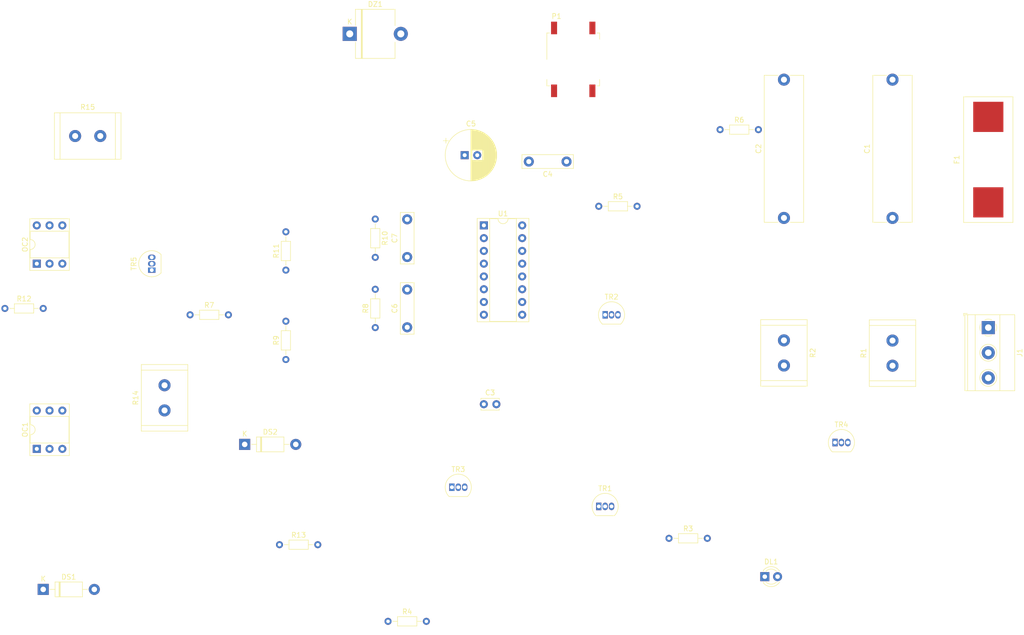
<source format=kicad_pcb>
(kicad_pcb (version 20211014) (generator pcbnew)
  (layers (0 "F.Cu" signal) (31 "B.Cu" signal) (34 "B.Paste" user) (35 "F.Paste" user) (36 "B.SilkS" user "B.Silkscreen") (37 "F.SilkS" user "F.Silkscreen") (38 "B.Mask" user) (39 "F.Mask" user) (44 "Edge.Cuts" user))
  (net 0 "")
  (net 1 "Net-(C1-Pad1)")
  (net 2 "Net-(C1-Pad2)")
  (net 3 "Net-(C2-Pad1)")
  (net 4 "Net-(C2-Pad2)")
  (net 5 "Net-(C3-Pad1)")
  (net 6 "GND")
  (net 7 "Net-(C4-Pad1)")
  (net 8 "Net-(C6-Pad1)")
  (net 9 "Net-(C6-Pad2)")
  (net 10 "Net-(C7-Pad1)")
  (net 11 "Net-(C7-Pad2)")
  (net 12 "Net-(DL1-Pad2)")
  (net 13 "Net-(F1-Pad2)")
  (net 14 "Net-(J1-Pad2)")
  (net 15 "Net-(OC1-Pad1)")
  (net 16 "Net-(OC1-Pad2)")
  (net 18 "Net-(OC1-Pad4)")
  (net 20 "Net-(OC2-Pad1)")
  (net 21 "Net-(OC2-Pad2)")
  (net 23 "Net-(OC2-Pad4)")
  (net 25 "Net-(P1-Pad2)")
  (net 26 "Net-(R3-Pad2)")
  (net 27 "Net-(R4-Pad2)")
  (net 28 "Net-(R5-Pad2)")
  (net 29 "Net-(R8-Pad2)")
  (net 30 "Net-(R10-Pad2)")
  (net 35 "Net-(U1-Pad13)")
  (footprint "Capacitor_THT:C_Disc_D3.4mm_W2.1mm_P2.50mm" (layer "F.Cu") (at 152.4 109.22)
    (fp_text reference "C3" (at 1.25 -2.3) (layer "F.SilkS"))
    (fp_text value "470 pF")
    (pad "1" thru_hole circle (at 0 0) (size 1.6 1.6) (drill 0.8) (layers *.Cu *.Mask) (net 5 "Net-(C3-Pad1)"))
    (pad "2" thru_hole circle (at 2.5 0) (size 1.6 1.6) (drill 0.8) (layers *.Cu *.Mask) (net 6 "GND"))
  )
  (footprint "Resistor_THT:R_Axial_DIN0204_L3.6mm_D1.6mm_P7.62mm_Horizontal" (layer "F.Cu") (at 113.03 82.55 90)
    (fp_text reference "R11" (at 3.81 -1.92 90) (layer "F.SilkS"))
    (fp_text value "22000")
    (pad "1" thru_hole circle (at 0 0 90) (size 1.4 1.4) (drill 0.7) (layers *.Cu *.Mask) (net 6 "GND"))
    (pad "2" thru_hole oval (at 7.62 0 90) (size 1.4 1.4) (drill 0.7) (layers *.Cu *.Mask) (net 30 "Net-(R10-Pad2)"))
  )
  (footprint "Package_TO_SOT_THT:TO-92_Inline" (layer "F.Cu") (at 146.05 125.73)
    (fp_text reference "TR3" (at 1.27 -3.56) (layer "F.SilkS"))
    (fp_text value "BC547")
    (pad "1" thru_hole rect (at 0 0) (size 1.05 1.5) (drill 0.75) (layers *.Cu *.Mask) (net 5 "Net-(C3-Pad1)"))
    (pad "2" thru_hole oval (at 1.27 0) (size 1.05 1.5) (drill 0.75) (layers *.Cu *.Mask) (net 27 "Net-(R4-Pad2)"))
    (pad "3" thru_hole oval (at 2.54 0) (size 1.05 1.5) (drill 0.75) (layers *.Cu *.Mask) (net 6 "GND"))
  )
  (footprint "Resistor_THT:R_Axial_DIN0204_L3.6mm_D1.6mm_P7.62mm_Horizontal" (layer "F.Cu") (at 175.26 69.85)
    (fp_text reference "R5" (at 3.81 -1.92) (layer "F.SilkS"))
    (fp_text value "47000")
    (pad "1" thru_hole circle (at 0 0) (size 1.4 1.4) (drill 0.7) (layers *.Cu *.Mask) (net 27 "Net-(R4-Pad2)"))
    (pad "2" thru_hole oval (at 7.62 0) (size 1.4 1.4) (drill 0.7) (layers *.Cu *.Mask) (net 28 "Net-(R5-Pad2)"))
  )
  (footprint "Resistor_THT:R_Axial_DIN0204_L3.6mm_D1.6mm_P7.62mm_Horizontal" (layer "F.Cu") (at 133.35 152.4)
    (fp_text reference "R4" (at 3.81 -1.92) (layer "F.SilkS"))
    (fp_text value "47000")
    (pad "1" thru_hole circle (at 0 0) (size 1.4 1.4) (drill 0.7) (layers *.Cu *.Mask) (net 7 "Net-(C4-Pad1)"))
    (pad "2" thru_hole oval (at 7.62 0) (size 1.4 1.4) (drill 0.7) (layers *.Cu *.Mask) (net 27 "Net-(R4-Pad2)"))
  )
  (footprint "Diode_THT:D_DO-41_SOD81_P10.16mm_Horizontal" (layer "F.Cu") (at 64.77 146.05)
    (fp_text reference "DS1" (at 5.08 -2.47) (layer "F.SilkS"))
    (fp_text value "1N4007")
    (fp_text user "K" (at 0 -2.1) (layer "F.SilkS"))
    (pad "1" thru_hole rect (at 0 0) (size 2.2 2.2) (drill 1.1) (layers *.Cu *.Mask) (net 12 "Net-(DL1-Pad2)"))
    (pad "2" thru_hole oval (at 10.16 0) (size 2.2 2.2) (drill 1.1) (layers *.Cu *.Mask) (net 6 "GND"))
  )
  (footprint "Resistor_THT:R_Axial_DIN0204_L3.6mm_D1.6mm_P7.62mm_Horizontal" (layer "F.Cu") (at 113.03 100.33 90)
    (fp_text reference "R9" (at 3.81 -1.92 90) (layer "F.SilkS"))
    (fp_text value "22000")
    (pad "1" thru_hole circle (at 0 0 90) (size 1.4 1.4) (drill 0.7) (layers *.Cu *.Mask) (net 29 "Net-(R8-Pad2)"))
    (pad "2" thru_hole oval (at 7.62 0 90) (size 1.4 1.4) (drill 0.7) (layers *.Cu *.Mask) (net 6 "GND"))
  )
  (footprint "Capacitor_THT:C_Rect_L29.0mm_W7.6mm_P27.50mm_MKT" (layer "F.Cu") (at 233.68 72.17 90)
    (fp_text reference "C1" (at 13.75 -5.05 90) (layer "F.SilkS"))
    (fp_text value "220000 pF")
    (pad "1" thru_hole circle (at 0 0 90) (size 2.4 2.4) (drill 1.2) (layers *.Cu *.Mask) (net 1 "Net-(C1-Pad1)"))
    (pad "2" thru_hole circle (at 27.5 0 90) (size 2.4 2.4) (drill 1.2) (layers *.Cu *.Mask) (net 2 "Net-(C1-Pad2)"))
  )
  (footprint "Resistor_THT:R_Axial_DIN0204_L3.6mm_D1.6mm_P7.62mm_Horizontal" (layer "F.Cu") (at 189.23 135.89)
    (fp_text reference "R3" (at 3.81 -1.92) (layer "F.SilkS"))
    (fp_text value "220000")
    (pad "1" thru_hole circle (at 0 0) (size 1.4 1.4) (drill 0.7) (layers *.Cu *.Mask) (net 1 "Net-(C1-Pad1)"))
    (pad "2" thru_hole oval (at 7.62 0) (size 1.4 1.4) (drill 0.7) (layers *.Cu *.Mask) (net 26 "Net-(R3-Pad2)"))
  )
  (footprint "Button_Switch_SMD:SW_MEC_5GSH9" (layer "F.Cu") (at 170.18 40.64)
    (fp_text reference "P1" (at -3.325 -8.575 180) (layer "F.SilkS"))
    (fp_text value "SW_Push")
    (pad "1" smd rect (at -3.81 -6.25 90) (size 2.5 1.2) (layers "F.Cu" "F.Paste" "F.Mask") (net 6 "GND"))
    (pad "2" smd rect (at -3.81 6.25 90) (size 2.5 1.2) (layers "F.Cu" "F.Paste" "F.Mask") (net 25 "Net-(P1-Pad2)"))
    (pad "3" smd rect (at 3.81 -6.25 90) (size 2.5 1.2) (layers "F.Cu" "F.Paste" "F.Mask"))
    (pad "4" smd rect (at 3.81 6.25 90) (size 2.5 1.2) (layers "F.Cu" "F.Paste" "F.Mask"))
  )
  (footprint "Package_DIP:DIP-6_W7.62mm_Socket" (layer "F.Cu") (at 63.49 81.27 90)
    (fp_text reference "OC2" (at 3.81 -2.33 90) (layer "F.SilkS"))
    (fp_text value "MOC3020M")
    (pad "1" thru_hole rect (at 0 0 90) (size 1.6 1.6) (drill 0.8) (layers *.Cu *.Mask) (net 20 "Net-(OC2-Pad1)"))
    (pad "2" thru_hole oval (at 0 2.54 90) (size 1.6 1.6) (drill 0.8) (layers *.Cu *.Mask) (net 21 "Net-(OC2-Pad2)"))
    (pad "3" thru_hole oval (at 0 5.08 90) (size 1.6 1.6) (drill 0.8) (layers *.Cu *.Mask))
    (pad "4" thru_hole oval (at 7.62 5.08 90) (size 1.6 1.6) (drill 0.8) (layers *.Cu *.Mask) (net 23 "Net-(OC2-Pad4)"))
    (pad "5" thru_hole oval (at 7.62 2.54 90) (size 1.6 1.6) (drill 0.8) (layers *.Cu *.Mask))
    (pad "6" thru_hole oval (at 7.62 0 90) (size 1.6 1.6) (drill 0.8) (layers *.Cu *.Mask) (net 14 "Net-(J1-Pad2)"))
  )
  (footprint "Resistor_THT:R_Radial_Power_L13.0mm_W9.0mm_P5.00mm" (layer "F.Cu") (at 233.68 101.56 90)
    (fp_text reference "R1" (at 2.5 -5.75 90) (layer "F.SilkS"))
    (fp_text value "100")
    (pad "1" thru_hole circle (at 0 0 90) (size 2.4 2.4) (drill 1.2) (layers *.Cu *.Mask) (net 2 "Net-(C1-Pad2)"))
    (pad "2" thru_hole circle (at 5 0 90) (size 2.4 2.4) (drill 1.2) (layers *.Cu *.Mask) (net 12 "Net-(DL1-Pad2)"))
  )
  (footprint "Diode_THT:D_5KP_P10.16mm_Horizontal" (layer "F.Cu") (at 125.73 35.56)
    (fp_text reference "DZ1" (at 5.08 -5.885) (layer "F.SilkS"))
    (fp_text value "12 V")
    (fp_text user "K" (at 0 -2.4) (layer "F.SilkS"))
    (pad "1" thru_hole rect (at 0 0) (size 2.8 2.8) (drill 1.4) (layers *.Cu *.Mask) (net 3 "Net-(C2-Pad1)"))
    (pad "2" thru_hole oval (at 10.16 0) (size 2.8 2.8) (drill 1.4) (layers *.Cu *.Mask) (net 6 "GND"))
  )
  (footprint "Capacitor_THT:C_Rect_L10.0mm_W2.5mm_P7.50mm_MKS4" (layer "F.Cu") (at 168.85 60.96 180)
    (fp_text reference "C4" (at 3.75 -2.5 180) (layer "F.SilkS"))
    (fp_text value "100000 pF")
    (pad "1" thru_hole circle (at 0 0 180) (size 2 2) (drill 1) (layers *.Cu *.Mask) (net 7 "Net-(C4-Pad1)"))
    (pad "2" thru_hole circle (at 7.5 0 180) (size 2 2) (drill 1) (layers *.Cu *.Mask) (net 6 "GND"))
  )
  (footprint "Capacitor_THT:C_Rect_L10.0mm_W2.5mm_P7.50mm_MKS4" (layer "F.Cu") (at 137.16 93.92 90)
    (fp_text reference "C6" (at 3.75 -2.5 90) (layer "F.SilkS"))
    (fp_text value "470000 pF")
    (pad "1" thru_hole circle (at 0 0 90) (size 2 2) (drill 1) (layers *.Cu *.Mask) (net 8 "Net-(C6-Pad1)"))
    (pad "2" thru_hole circle (at 7.5 0 90) (size 2 2) (drill 1) (layers *.Cu *.Mask) (net 9 "Net-(C6-Pad2)"))
  )
  (footprint "Resistor_THT:R_Axial_DIN0204_L3.6mm_D1.6mm_P7.62mm_Horizontal" (layer "F.Cu") (at 93.98 91.44)
    (fp_text reference "R7" (at 3.81 -1.92) (layer "F.SilkS"))
    (fp_text value "10000")
    (pad "1" thru_hole circle (at 0 0) (size 1.4 1.4) (drill 0.7) (layers *.Cu *.Mask) (net 7 "Net-(C4-Pad1)"))
    (pad "2" thru_hole oval (at 7.62 0) (size 1.4 1.4) (drill 0.7) (layers *.Cu *.Mask) (net 25 "Net-(P1-Pad2)"))
  )
  (footprint "Resistor_THT:R_Axial_DIN0204_L3.6mm_D1.6mm_P7.62mm_Horizontal" (layer "F.Cu") (at 199.39 54.61)
    (fp_text reference "R6" (at 3.81 -1.92) (layer "F.SilkS"))
    (fp_text value "10000")
    (pad "1" thru_hole circle (at 0 0) (size 1.4 1.4) (drill 0.7) (layers *.Cu *.Mask) (net 7 "Net-(C4-Pad1)"))
    (pad "2" thru_hole oval (at 7.62 0) (size 1.4 1.4) (drill 0.7) (layers *.Cu *.Mask) (net 5 "Net-(C3-Pad1)"))
  )
  (footprint "Capacitor_THT:C_Rect_L10.0mm_W2.5mm_P7.50mm_MKS4" (layer "F.Cu") (at 137.16 79.95 90)
    (fp_text reference "C7" (at 3.75 -2.5 90) (layer "F.SilkS"))
    (fp_text value "470000 pF")
    (pad "1" thru_hole circle (at 0 0 90) (size 2 2) (drill 1) (layers *.Cu *.Mask) (net 10 "Net-(C7-Pad1)"))
    (pad "2" thru_hole circle (at 7.5 0 90) (size 2 2) (drill 1) (layers *.Cu *.Mask) (net 11 "Net-(C7-Pad2)"))
  )
  (footprint "Resistor_THT:R_Axial_DIN0204_L3.6mm_D1.6mm_P7.62mm_Horizontal" (layer "F.Cu") (at 111.76 137.16)
    (fp_text reference "R13" (at 3.81 -1.92) (layer "F.SilkS"))
    (fp_text value "1000")
    (pad "1" thru_hole circle (at 0 0) (size 1.4 1.4) (drill 0.7) (layers *.Cu *.Mask) (net 7 "Net-(C4-Pad1)"))
    (pad "2" thru_hole oval (at 7.62 0) (size 1.4 1.4) (drill 0.7) (layers *.Cu *.Mask) (net 15 "Net-(OC1-Pad1)"))
  )
  (footprint "Capacitor_THT:CP_Radial_D10.0mm_P2.50mm" (layer "F.Cu") (at 148.59 59.69)
    (fp_text reference "C5" (at 1.25 -6.25) (layer "F.SilkS"))
    (fp_text value "220 mF")
    (pad "1" thru_hole rect (at 0 0) (size 1.6 1.6) (drill 0.8) (layers *.Cu *.Mask) (net 7 "Net-(C4-Pad1)"))
    (pad "2" thru_hole circle (at 2.5 0) (size 1.6 1.6) (drill 0.8) (layers *.Cu *.Mask) (net 6 "GND"))
  )
  (footprint "Package_TO_SOT_THT:TO-92_Inline" (layer "F.Cu") (at 176.53 91.44)
    (fp_text reference "TR2" (at 1.27 -3.56) (layer "F.SilkS"))
    (fp_text value "BC547")
    (pad "1" thru_hole rect (at 0 0) (size 1.05 1.5) (drill 0.75) (layers *.Cu *.Mask) (net 27 "Net-(R4-Pad2)"))
    (pad "2" thru_hole oval (at 1.27 0) (size 1.05 1.5) (drill 0.75) (layers *.Cu *.Mask) (net 26 "Net-(R3-Pad2)"))
    (pad "3" thru_hole oval (at 2.54 0) (size 1.05 1.5) (drill 0.75) (layers *.Cu *.Mask) (net 6 "GND"))
  )
  (footprint "Resistor_THT:R_Axial_DIN0204_L3.6mm_D1.6mm_P7.62mm_Horizontal" (layer "F.Cu") (at 130.81 93.98 90)
    (fp_text reference "R8" (at 3.81 -1.92 90) (layer "F.SilkS"))
    (fp_text value "10000")
    (pad "1" thru_hole circle (at 0 0 90) (size 1.4 1.4) (drill 0.7) (layers *.Cu *.Mask) (net 9 "Net-(C6-Pad2)"))
    (pad "2" thru_hole oval (at 7.62 0 90) (size 1.4 1.4) (drill 0.7) (layers *.Cu *.Mask) (net 29 "Net-(R8-Pad2)"))
  )
  (footprint "Resistor_THT:R_Radial_Power_L13.0mm_W9.0mm_P5.00mm" (layer "F.Cu") (at 88.9 110.45 90)
    (fp_text reference "R14" (at 2.5 -5.75 90) (layer "F.SilkS"))
    (fp_text value "6800")
    (pad "1" thru_hole circle (at 0 0 90) (size 2.4 2.4) (drill 1.2) (layers *.Cu *.Mask) (net 1 "Net-(C1-Pad1)"))
    (pad "2" thru_hole circle (at 5 0 90) (size 2.4 2.4) (drill 1.2) (layers *.Cu *.Mask) (net 18 "Net-(OC1-Pad4)"))
  )
  (footprint "Fuse:Fuseholder_Cylinder-5x20mm_Wuerth_696103101002-SMD_Horizontal_Open" (layer "F.Cu") (at 252.73 60.57 90)
    (fp_text reference "F1" (at 0 -6.25 90) (layer "F.SilkS"))
    (fp_text value "Fuse")
    (pad "1" smd rect (at -8.5 0 90) (size 6 6) (layers "F.Cu" "F.Paste" "F.Mask") (net 1 "Net-(C1-Pad1)"))
    (pad "2" smd rect (at 8.5 0 90) (size 6 6) (layers "F.Cu" "F.Paste" "F.Mask") (net 13 "Net-(F1-Pad2)"))
  )
  (footprint "Package_DIP:DIP-16_W7.62mm_Socket" (layer "F.Cu") (at 152.41 73.65)
    (fp_text reference "U1" (at 3.81 -2.33) (layer "F.SilkS"))
    (fp_text value "4017")
    (pad "1" thru_hole rect (at 0 0) (size 1.6 1.6) (drill 0.8) (layers *.Cu *.Mask))
    (pad "2" thru_hole oval (at 0 2.54) (size 1.6 1.6) (drill 0.8) (layers *.Cu *.Mask) (net 10 "Net-(C7-Pad1)"))
    (pad "3" thru_hole oval (at 0 5.08) (size 1.6 1.6) (drill 0.8) (layers *.Cu *.Mask))
    (pad "4" thru_hole oval (at 0 7.62) (size 1.6 1.6) (drill 0.8) (layers *.Cu *.Mask) (net 8 "Net-(C6-Pad1)"))
    (pad "5" thru_hole oval (at 0 10.16) (size 1.6 1.6) (drill 0.8) (layers *.Cu *.Mask))
    (pad "6" thru_hole oval (at 0 12.7) (size 1.6 1.6) (drill 0.8) (layers *.Cu *.Mask))
    (pad "7" thru_hole oval (at 0 15.24) (size 1.6 1.6) (drill 0.8) (layers *.Cu *.Mask) (net 35 "Net-(U1-Pad13)"))
    (pad "8" thru_hole oval (at 0 17.78) (size 1.6 1.6) (drill 0.8) (layers *.Cu *.Mask) (net 6 "GND"))
    (pad "9" thru_hole oval (at 7.62 17.78) (size 1.6 1.6) (drill 0.8) (layers *.Cu *.Mask))
    (pad "10" thru_hole oval (at 7.62 15.24) (size 1.6 1.6) (drill 0.8) (layers *.Cu *.Mask))
    (pad "11" thru_hole oval (at 7.62 12.7) (size 1.6 1.6) (drill 0.8) (layers *.Cu *.Mask))
    (pad "12" thru_hole oval (at 7.62 10.16) (size 1.6 1.6) (drill 0.8) (layers *.Cu *.Mask))
    (pad "13" thru_hole oval (at 7.62 7.62) (size 1.6 1.6) (drill 0.8) (layers *.Cu *.Mask) (net 35 "Net-(U1-Pad13)"))
    (pad "14" thru_hole oval (at 7.62 5.08) (size 1.6 1.6) (drill 0.8) (layers *.Cu *.Mask) (net 5 "Net-(C3-Pad1)"))
    (pad "15" thru_hole oval (at 7.62 2.54) (size 1.6 1.6) (drill 0.8) (layers *.Cu *.Mask) (net 25 "Net-(P1-Pad2)"))
    (pad "16" thru_hole oval (at 7.62 0) (size 1.6 1.6) (drill 0.8) (layers *.Cu *.Mask) (net 7 "Net-(C4-Pad1)"))
  )
  (footprint "Resistor_THT:R_Radial_Power_L13.0mm_W9.0mm_P5.00mm" (layer "F.Cu") (at 212.09 96.52 -90)
    (fp_text reference "R2" (at 2.5 -5.75 90) (layer "F.SilkS"))
    (fp_text value "100")
    (pad "1" thru_hole circle (at 0 0 270) (size 2.4 2.4) (drill 1.2) (layers *.Cu *.Mask) (net 1 "Net-(C1-Pad1)"))
    (pad "2" thru_hole circle (at 5 0 270) (size 2.4 2.4) (drill 1.2) (layers *.Cu *.Mask) (net 4 "Net-(C2-Pad2)"))
  )
  (footprint "Package_TO_SOT_THT:TO-92_Inline" (layer "F.Cu") (at 175.26 129.54)
    (fp_text reference "TR1" (at 1.27 -3.56) (layer "F.SilkS"))
    (fp_text value "BC547")
    (pad "1" thru_hole rect (at 0 0) (size 1.05 1.5) (drill 0.75) (layers *.Cu *.Mask) (net 28 "Net-(R5-Pad2)"))
    (pad "2" thru_hole oval (at 1.27 0) (size 1.05 1.5) (drill 0.75) (layers *.Cu *.Mask) (net 6 "GND"))
    (pad "3" thru_hole oval (at 2.54 0) (size 1.05 1.5) (drill 0.75) (layers *.Cu *.Mask) (net 26 "Net-(R3-Pad2)"))
  )
  (footprint "LED_THT:LED_D3.0mm_FlatTop" (layer "F.Cu") (at 208.28 143.51)
    (fp_text reference "DL1" (at 1.27 -2.96) (layer "F.SilkS"))
    (fp_text value "LED")
    (pad "1" thru_hole rect (at 0 0) (size 1.8 1.8) (drill 0.9) (layers *.Cu *.Mask) (net 6 "GND"))
    (pad "2" thru_hole circle (at 2.54 0) (size 1.8 1.8) (drill 0.9) (layers *.Cu *.Mask) (net 12 "Net-(DL1-Pad2)"))
  )
  (footprint "Resistor_THT:R_Axial_DIN0204_L3.6mm_D1.6mm_P7.62mm_Horizontal" (layer "F.Cu") (at 130.81 72.39 -90)
    (fp_text reference "R10" (at 3.81 -1.92 90) (layer "F.SilkS"))
    (fp_text value "10000")
    (pad "1" thru_hole circle (at 0 0 270) (size 1.4 1.4) (drill 0.7) (layers *.Cu *.Mask) (net 11 "Net-(C7-Pad2)"))
    (pad "2" thru_hole oval (at 7.62 0 270) (size 1.4 1.4) (drill 0.7) (layers *.Cu *.Mask) (net 30 "Net-(R10-Pad2)"))
  )
  (footprint "Package_DIP:DIP-6_W7.62mm_Socket" (layer "F.Cu") (at 63.49 118.1 90)
    (fp_text reference "OC1" (at 3.81 -2.33 90) (layer "F.SilkS"))
    (fp_text value "MOC3020M")
    (pad "1" thru_hole rect (at 0 0 90) (size 1.6 1.6) (drill 0.8) (layers *.Cu *.Mask) (net 15 "Net-(OC1-Pad1)"))
    (pad "2" thru_hole oval (at 0 2.54 90) (size 1.6 1.6) (drill 0.8) (layers *.Cu *.Mask) (net 16 "Net-(OC1-Pad2)"))
    (pad "3" thru_hole oval (at 0 5.08 90) (size 1.6 1.6) (drill 0.8) (layers *.Cu *.Mask))
    (pad "4" thru_hole oval (at 7.62 5.08 90) (size 1.6 1.6) (drill 0.8) (layers *.Cu *.Mask) (net 18 "Net-(OC1-Pad4)"))
    (pad "5" thru_hole oval (at 7.62 2.54 90) (size 1.6 1.6) (drill 0.8) (layers *.Cu *.Mask))
    (pad "6" thru_hole oval (at 7.62 0 90) (size 1.6 1.6) (drill 0.8) (layers *.Cu *.Mask) (net 14 "Net-(J1-Pad2)"))
  )
  (footprint "Resistor_THT:R_Axial_DIN0204_L3.6mm_D1.6mm_P7.62mm_Horizontal" (layer "F.Cu") (at 57.15 90.17)
    (fp_text reference "R12" (at 3.81 -1.92) (layer "F.SilkS"))
    (fp_text value "1000")
    (pad "1" thru_hole circle (at 0 0) (size 1.4 1.4) (drill 0.7) (layers *.Cu *.Mask) (net 7 "Net-(C4-Pad1)"))
    (pad "2" thru_hole oval (at 7.62 0) (size 1.4 1.4) (drill 0.7) (layers *.Cu *.Mask) (net 20 "Net-(OC2-Pad1)"))
  )
  (footprint "Package_TO_SOT_THT:TO-92_Inline" (layer "F.Cu") (at 222.25 116.84)
    (fp_text reference "TR4" (at 1.27 -3.56) (layer "F.SilkS"))
    (fp_text value "BC547")
    (pad "1" thru_hole rect (at 0 0) (size 1.05 1.5) (drill 0.75) (layers *.Cu *.Mask) (net 16 "Net-(OC1-Pad2)"))
    (pad "2" thru_hole oval (at 1.27 0) (size 1.05 1.5) (drill 0.75) (layers *.Cu *.Mask) (net 29 "Net-(R8-Pad2)"))
    (pad "3" thru_hole oval (at 2.54 0) (size 1.05 1.5) (drill 0.75) (layers *.Cu *.Mask) (net 6 "GND"))
  )
  (footprint "Package_TO_SOT_THT:TO-92_Inline" (layer "F.Cu") (at 86.36 82.55 90)
    (fp_text reference "TR5" (at 1.27 -3.56 90) (layer "F.SilkS"))
    (fp_text value "BC547")
    (pad "1" thru_hole rect (at 0 0 90) (size 1.05 1.5) (drill 0.75) (layers *.Cu *.Mask) (net 21 "Net-(OC2-Pad2)"))
    (pad "2" thru_hole oval (at 1.27 0 90) (size 1.05 1.5) (drill 0.75) (layers *.Cu *.Mask) (net 30 "Net-(R10-Pad2)"))
    (pad "3" thru_hole oval (at 2.54 0 90) (size 1.05 1.5) (drill 0.75) (layers *.Cu *.Mask) (net 6 "GND"))
  )
  (footprint "Capacitor_THT:C_Rect_L29.0mm_W7.6mm_P27.50mm_MKT" (layer "F.Cu") (at 212.09 72.17 90)
    (fp_text reference "C2" (at 13.75 -5.05 90) (layer "F.SilkS"))
    (fp_text value "330000 pF")
    (pad "1" thru_hole circle (at 0 0 90) (size 2.4 2.4) (drill 1.2) (layers *.Cu *.Mask) (net 3 "Net-(C2-Pad1)"))
    (pad "2" thru_hole circle (at 27.5 0 90) (size 2.4 2.4) (drill 1.2) (layers *.Cu *.Mask) (net 4 "Net-(C2-Pad2)"))
  )
  (footprint "Diode_THT:D_DO-41_SOD81_P10.16mm_Horizontal" (layer "F.Cu") (at 104.84 117.21)
    (fp_text reference "DS2" (at 5.08 -2.47) (layer "F.SilkS"))
    (fp_text value "1N4007")
    (fp_text user "K" (at 0 -2.1) (layer "F.SilkS"))
    (pad "1" thru_hole rect (at 0 0) (size 2.2 2.2) (drill 1.1) (layers *.Cu *.Mask) (net 7 "Net-(C4-Pad1)"))
    (pad "2" thru_hole oval (at 10.16 0) (size 2.2 2.2) (drill 1.1) (layers *.Cu *.Mask) (net 3 "Net-(C2-Pad1)"))
  )
  (footprint "TerminalBlock_Phoenix:TerminalBlock_Phoenix_MKDS-1,5-3_1x03_P5.00mm_Horizontal" (layer "F.Cu") (at 252.73 93.98 -90)
    (fp_text reference "J1" (at 5 -6.26 90) (layer "F.SilkS"))
    (fp_text value "Screw_Terminal_01x03")
    (pad "1" thru_hole rect (at 0 0 270) (size 2.6 2.6) (drill 1.3) (layers *.Cu *.Mask) (net 13 "Net-(F1-Pad2)"))
    (pad "2" thru_hole circle (at 5 0 270) (size 2.6 2.6) (drill 1.3) (layers *.Cu *.Mask) (net 14 "Net-(J1-Pad2)"))
    (pad "3" thru_hole circle (at 10 0 270) (size 2.6 2.6) (drill 1.3) (layers *.Cu *.Mask) (net 6 "GND"))
  )
  (footprint "Resistor_THT:R_Radial_Power_L13.0mm_W9.0mm_P5.00mm" (layer "F.Cu") (at 71.12 55.88)
    (fp_text reference "R15" (at 2.5 -5.75) (layer "F.SilkS"))
    (fp_text value "6800")
    (pad "1" thru_hole circle (at 0 0) (size 2.4 2.4) (drill 1.2) (layers *.Cu *.Mask) (net 23 "Net-(OC2-Pad4)"))
    (pad "2" thru_hole circle (at 5 0) (size 2.4 2.4) (drill 1.2) (layers *.Cu *.Mask) (net 6 "GND"))
  )
)
</source>
